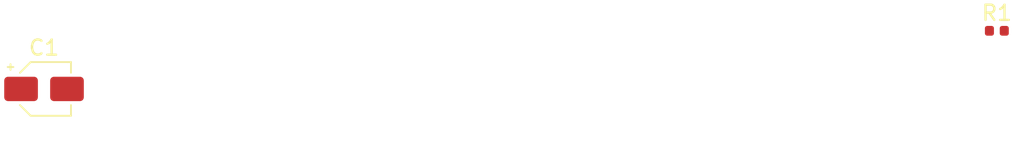
<source format=kicad_pcb>
(kicad_pcb (version 20171130) (host pcbnew 5.1.4+dfsg1-1)

  (general
    (thickness 1.6)
    (drawings 0)
    (tracks 0)
    (zones 0)
    (modules 2)
    (nets 4)
  )

  (page A4)
  (layers
    (0 F.Cu signal)
    (31 B.Cu signal)
    (32 B.Adhes user)
    (33 F.Adhes user)
    (34 B.Paste user)
    (35 F.Paste user)
    (36 B.SilkS user)
    (37 F.SilkS user)
    (38 B.Mask user)
    (39 F.Mask user)
    (40 Dwgs.User user)
    (41 Cmts.User user)
    (42 Eco1.User user)
    (43 Eco2.User user)
    (44 Edge.Cuts user)
    (45 Margin user)
    (46 B.CrtYd user)
    (47 F.CrtYd user)
    (48 B.Fab user)
    (49 F.Fab user)
  )

  (setup
    (last_trace_width 0.25)
    (trace_clearance 0.2)
    (zone_clearance 0.508)
    (zone_45_only no)
    (trace_min 0.2)
    (via_size 0.8)
    (via_drill 0.4)
    (via_min_size 0.4)
    (via_min_drill 0.3)
    (uvia_size 0.3)
    (uvia_drill 0.1)
    (uvias_allowed no)
    (uvia_min_size 0.2)
    (uvia_min_drill 0.1)
    (edge_width 0.05)
    (segment_width 0.2)
    (pcb_text_width 0.3)
    (pcb_text_size 1.5 1.5)
    (mod_edge_width 0.12)
    (mod_text_size 1 1)
    (mod_text_width 0.15)
    (pad_size 1.524 1.524)
    (pad_drill 0.762)
    (pad_to_mask_clearance 0.051)
    (solder_mask_min_width 0.25)
    (aux_axis_origin 0 0)
    (visible_elements FFFFEF7F)
    (pcbplotparams
      (layerselection 0x010fc_ffffffff)
      (usegerberextensions false)
      (usegerberattributes false)
      (usegerberadvancedattributes false)
      (creategerberjobfile false)
      (excludeedgelayer true)
      (linewidth 0.100000)
      (plotframeref false)
      (viasonmask false)
      (mode 1)
      (useauxorigin false)
      (hpglpennumber 1)
      (hpglpenspeed 20)
      (hpglpendiameter 15.000000)
      (psnegative false)
      (psa4output false)
      (plotreference true)
      (plotvalue true)
      (plotinvisibletext false)
      (padsonsilk false)
      (subtractmaskfromsilk false)
      (outputformat 1)
      (mirror false)
      (drillshape 1)
      (scaleselection 1)
      (outputdirectory ""))
  )

  (net 0 "")
  (net 1 "Net-(C1-Pad1)")
  (net 2 "Net-(C1-Pad2)")
  (net 3 "Net-(R1-Pad1)")

  (net_class Default "This is the default net class."
    (clearance 0.2)
    (trace_width 0.25)
    (via_dia 0.8)
    (via_drill 0.4)
    (uvia_dia 0.3)
    (uvia_drill 0.1)
    (add_net "Net-(C1-Pad1)")
    (add_net "Net-(C1-Pad2)")
    (add_net "Net-(R1-Pad1)")
  )

  (module Capacitor_SMD:CP_Elec_3x5.4 (layer F.Cu) (tedit 5BCA39CF) (tstamp 5DAB4D38)
    (at 109.22 74.93)
    (descr "SMD capacitor, aluminum electrolytic, Nichicon, 3.0x5.4mm")
    (tags "capacitor electrolytic")
    (path /5DAAFF35)
    (attr smd)
    (fp_text reference C1 (at 0 -2.7) (layer F.SilkS)
      (effects (font (size 1 1) (thickness 0.15)))
    )
    (fp_text value 5 (at 0 2.7) (layer F.Fab)
      (effects (font (size 1 1) (thickness 0.15)))
    )
    (fp_circle (center 0 0) (end 1.5 0) (layer F.Fab) (width 0.1))
    (fp_line (start 1.65 -1.65) (end 1.65 1.65) (layer F.Fab) (width 0.1))
    (fp_line (start -0.825 -1.65) (end 1.65 -1.65) (layer F.Fab) (width 0.1))
    (fp_line (start -0.825 1.65) (end 1.65 1.65) (layer F.Fab) (width 0.1))
    (fp_line (start -1.65 -0.825) (end -1.65 0.825) (layer F.Fab) (width 0.1))
    (fp_line (start -1.65 -0.825) (end -0.825 -1.65) (layer F.Fab) (width 0.1))
    (fp_line (start -1.65 0.825) (end -0.825 1.65) (layer F.Fab) (width 0.1))
    (fp_line (start -1.110469 -0.8) (end -0.810469 -0.8) (layer F.Fab) (width 0.1))
    (fp_line (start -0.960469 -0.95) (end -0.960469 -0.65) (layer F.Fab) (width 0.1))
    (fp_line (start 1.76 1.76) (end 1.76 1.06) (layer F.SilkS) (width 0.12))
    (fp_line (start 1.76 -1.76) (end 1.76 -1.06) (layer F.SilkS) (width 0.12))
    (fp_line (start -0.870563 -1.76) (end 1.76 -1.76) (layer F.SilkS) (width 0.12))
    (fp_line (start -0.870563 1.76) (end 1.76 1.76) (layer F.SilkS) (width 0.12))
    (fp_line (start -1.570563 -1.06) (end -0.870563 -1.76) (layer F.SilkS) (width 0.12))
    (fp_line (start -1.570563 1.06) (end -0.870563 1.76) (layer F.SilkS) (width 0.12))
    (fp_line (start -2.375 -1.435) (end -2 -1.435) (layer F.SilkS) (width 0.12))
    (fp_line (start -2.1875 -1.6225) (end -2.1875 -1.2475) (layer F.SilkS) (width 0.12))
    (fp_line (start 1.9 -1.9) (end 1.9 -1.05) (layer F.CrtYd) (width 0.05))
    (fp_line (start 1.9 -1.05) (end 2.85 -1.05) (layer F.CrtYd) (width 0.05))
    (fp_line (start 2.85 -1.05) (end 2.85 1.05) (layer F.CrtYd) (width 0.05))
    (fp_line (start 2.85 1.05) (end 1.9 1.05) (layer F.CrtYd) (width 0.05))
    (fp_line (start 1.9 1.05) (end 1.9 1.9) (layer F.CrtYd) (width 0.05))
    (fp_line (start -0.93 1.9) (end 1.9 1.9) (layer F.CrtYd) (width 0.05))
    (fp_line (start -0.93 -1.9) (end 1.9 -1.9) (layer F.CrtYd) (width 0.05))
    (fp_line (start -1.78 1.05) (end -0.93 1.9) (layer F.CrtYd) (width 0.05))
    (fp_line (start -1.78 -1.05) (end -0.93 -1.9) (layer F.CrtYd) (width 0.05))
    (fp_line (start -1.78 -1.05) (end -2.85 -1.05) (layer F.CrtYd) (width 0.05))
    (fp_line (start -2.85 -1.05) (end -2.85 1.05) (layer F.CrtYd) (width 0.05))
    (fp_line (start -2.85 1.05) (end -1.78 1.05) (layer F.CrtYd) (width 0.05))
    (fp_text user %R (at 0 0) (layer F.Fab)
      (effects (font (size 0.6 0.6) (thickness 0.09)))
    )
    (pad 1 smd roundrect (at -1.5 0) (size 2.2 1.6) (layers F.Cu F.Paste F.Mask) (roundrect_rratio 0.15625)
      (net 1 "Net-(C1-Pad1)"))
    (pad 2 smd roundrect (at 1.5 0) (size 2.2 1.6) (layers F.Cu F.Paste F.Mask) (roundrect_rratio 0.15625)
      (net 2 "Net-(C1-Pad2)"))
    (model ${KISYS3DMOD}/Capacitor_SMD.3dshapes/CP_Elec_3x5.4.wrl
      (at (xyz 0 0 0))
      (scale (xyz 1 1 1))
      (rotate (xyz 0 0 0))
    )
  )

  (module Resistor_SMD:R_0402_1005Metric (layer F.Cu) (tedit 5B301BBD) (tstamp 5DAB4D47)
    (at 171.45 71.12)
    (descr "Resistor SMD 0402 (1005 Metric), square (rectangular) end terminal, IPC_7351 nominal, (Body size source: http://www.tortai-tech.com/upload/download/2011102023233369053.pdf), generated with kicad-footprint-generator")
    (tags resistor)
    (path /5DAAFAF1)
    (attr smd)
    (fp_text reference R1 (at 0 -1.17) (layer F.SilkS)
      (effects (font (size 1 1) (thickness 0.15)))
    )
    (fp_text value 1 (at 1.184999 3.314999) (layer F.Fab)
      (effects (font (size 1 1) (thickness 0.15)))
    )
    (fp_line (start -0.5 0.25) (end -0.5 -0.25) (layer F.Fab) (width 0.1))
    (fp_line (start -0.5 -0.25) (end 0.5 -0.25) (layer F.Fab) (width 0.1))
    (fp_line (start 0.5 -0.25) (end 0.5 0.25) (layer F.Fab) (width 0.1))
    (fp_line (start 0.5 0.25) (end -0.5 0.25) (layer F.Fab) (width 0.1))
    (fp_line (start -0.93 0.47) (end -0.93 -0.47) (layer F.CrtYd) (width 0.05))
    (fp_line (start -0.93 -0.47) (end 0.93 -0.47) (layer F.CrtYd) (width 0.05))
    (fp_line (start 0.93 -0.47) (end 0.93 0.47) (layer F.CrtYd) (width 0.05))
    (fp_line (start 0.93 0.47) (end -0.93 0.47) (layer F.CrtYd) (width 0.05))
    (fp_text user %R (at 0 0) (layer F.Fab)
      (effects (font (size 0.25 0.25) (thickness 0.04)))
    )
    (pad 1 smd roundrect (at -0.485 0) (size 0.59 0.64) (layers F.Cu F.Paste F.Mask) (roundrect_rratio 0.25)
      (net 3 "Net-(R1-Pad1)"))
    (pad 2 smd roundrect (at 0.485 0) (size 0.59 0.64) (layers F.Cu F.Paste F.Mask) (roundrect_rratio 0.25)
      (net 2 "Net-(C1-Pad2)"))
    (model ${KISYS3DMOD}/Resistor_SMD.3dshapes/R_0402_1005Metric.wrl
      (at (xyz 0 0 0))
      (scale (xyz 1 1 1))
      (rotate (xyz 0 0 0))
    )
  )

)

</source>
